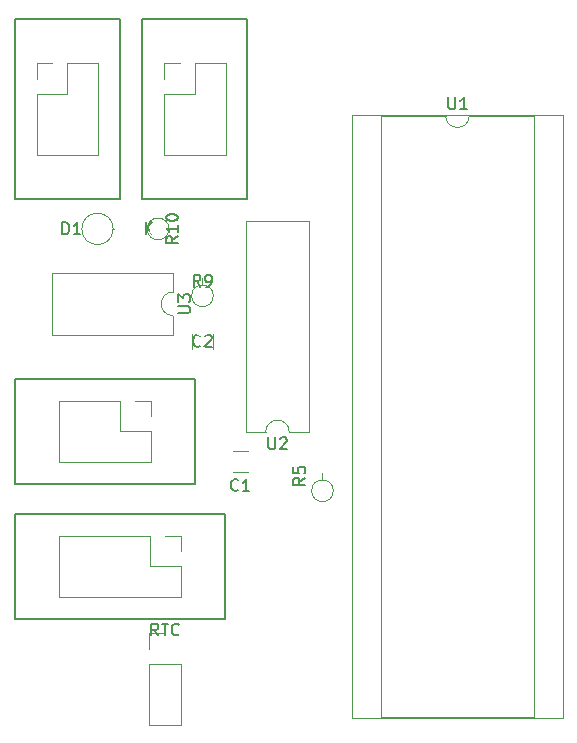
<source format=gto>
G04 #@! TF.GenerationSoftware,KiCad,Pcbnew,6.0.4+dfsg-1+b1*
G04 #@! TF.CreationDate,2022-04-24T01:07:45+03:00*
G04 #@! TF.ProjectId,yatabaza-cpu,79617461-6261-47a6-912d-6370752e6b69,rev?*
G04 #@! TF.SameCoordinates,Original*
G04 #@! TF.FileFunction,Legend,Top*
G04 #@! TF.FilePolarity,Positive*
%FSLAX46Y46*%
G04 Gerber Fmt 4.6, Leading zero omitted, Abs format (unit mm)*
G04 Created by KiCad (PCBNEW 6.0.4+dfsg-1+b1) date 2022-04-24 01:07:45*
%MOMM*%
%LPD*%
G01*
G04 APERTURE LIST*
%ADD10C,0.200000*%
%ADD11C,0.150000*%
%ADD12C,0.120000*%
%ADD13C,1.600000*%
%ADD14C,3.800000*%
%ADD15R,1.700000X1.700000*%
%ADD16O,1.700000X1.700000*%
%ADD17C,1.400000*%
%ADD18O,1.400000X1.400000*%
%ADD19R,1.600000X1.600000*%
%ADD20O,1.600000X1.600000*%
G04 APERTURE END LIST*
D10*
X25400000Y-27305000D02*
X34290000Y-27305000D01*
X14605000Y-42545000D02*
X29845000Y-42545000D01*
X14605000Y-51435000D02*
X14605000Y-42545000D01*
X25400000Y-12065000D02*
X34290000Y-12065000D01*
X23495000Y-12065000D02*
X23495000Y-27305000D01*
X14605000Y-12065000D02*
X23495000Y-12065000D01*
X14605000Y-62865000D02*
X32385000Y-62865000D01*
X14605000Y-27305000D02*
X14605000Y-12065000D01*
X29845000Y-51435000D02*
X14605000Y-51435000D01*
X25400000Y-12065000D02*
X25400000Y-27305000D01*
X34290000Y-27305000D02*
X34290000Y-12065000D01*
X14605000Y-53975000D02*
X14605000Y-62865000D01*
X29845000Y-42545000D02*
X29845000Y-51435000D01*
X32385000Y-53975000D02*
X14605000Y-53975000D01*
X23495000Y-27305000D02*
X14605000Y-27305000D01*
X32385000Y-53975000D02*
X32385000Y-62865000D01*
D11*
X33508333Y-51937142D02*
X33460714Y-51984761D01*
X33317857Y-52032380D01*
X33222619Y-52032380D01*
X33079761Y-51984761D01*
X32984523Y-51889523D01*
X32936904Y-51794285D01*
X32889285Y-51603809D01*
X32889285Y-51460952D01*
X32936904Y-51270476D01*
X32984523Y-51175238D01*
X33079761Y-51080000D01*
X33222619Y-51032380D01*
X33317857Y-51032380D01*
X33460714Y-51080000D01*
X33508333Y-51127619D01*
X34460714Y-52032380D02*
X33889285Y-52032380D01*
X34175000Y-52032380D02*
X34175000Y-51032380D01*
X34079761Y-51175238D01*
X33984523Y-51270476D01*
X33889285Y-51318095D01*
X30313333Y-39727142D02*
X30265714Y-39774761D01*
X30122857Y-39822380D01*
X30027619Y-39822380D01*
X29884761Y-39774761D01*
X29789523Y-39679523D01*
X29741904Y-39584285D01*
X29694285Y-39393809D01*
X29694285Y-39250952D01*
X29741904Y-39060476D01*
X29789523Y-38965238D01*
X29884761Y-38870000D01*
X30027619Y-38822380D01*
X30122857Y-38822380D01*
X30265714Y-38870000D01*
X30313333Y-38917619D01*
X30694285Y-38917619D02*
X30741904Y-38870000D01*
X30837142Y-38822380D01*
X31075238Y-38822380D01*
X31170476Y-38870000D01*
X31218095Y-38917619D01*
X31265714Y-39012857D01*
X31265714Y-39108095D01*
X31218095Y-39250952D01*
X30646666Y-39822380D01*
X31265714Y-39822380D01*
X26733571Y-64269880D02*
X26400238Y-63793690D01*
X26162142Y-64269880D02*
X26162142Y-63269880D01*
X26543095Y-63269880D01*
X26638333Y-63317500D01*
X26685952Y-63365119D01*
X26733571Y-63460357D01*
X26733571Y-63603214D01*
X26685952Y-63698452D01*
X26638333Y-63746071D01*
X26543095Y-63793690D01*
X26162142Y-63793690D01*
X27019285Y-63269880D02*
X27590714Y-63269880D01*
X27305000Y-64269880D02*
X27305000Y-63269880D01*
X28495476Y-64174642D02*
X28447857Y-64222261D01*
X28305000Y-64269880D01*
X28209761Y-64269880D01*
X28066904Y-64222261D01*
X27971666Y-64127023D01*
X27924047Y-64031785D01*
X27876428Y-63841309D01*
X27876428Y-63698452D01*
X27924047Y-63507976D01*
X27971666Y-63412738D01*
X28066904Y-63317500D01*
X28209761Y-63269880D01*
X28305000Y-63269880D01*
X28447857Y-63317500D01*
X28495476Y-63365119D01*
X39172380Y-50916666D02*
X38696190Y-51250000D01*
X39172380Y-51488095D02*
X38172380Y-51488095D01*
X38172380Y-51107142D01*
X38220000Y-51011904D01*
X38267619Y-50964285D01*
X38362857Y-50916666D01*
X38505714Y-50916666D01*
X38600952Y-50964285D01*
X38648571Y-51011904D01*
X38696190Y-51107142D01*
X38696190Y-51488095D01*
X38172380Y-50011904D02*
X38172380Y-50488095D01*
X38648571Y-50535714D01*
X38600952Y-50488095D01*
X38553333Y-50392857D01*
X38553333Y-50154761D01*
X38600952Y-50059523D01*
X38648571Y-50011904D01*
X38743809Y-49964285D01*
X38981904Y-49964285D01*
X39077142Y-50011904D01*
X39124761Y-50059523D01*
X39172380Y-50154761D01*
X39172380Y-50392857D01*
X39124761Y-50488095D01*
X39077142Y-50535714D01*
X30313333Y-34732380D02*
X29980000Y-34256190D01*
X29741904Y-34732380D02*
X29741904Y-33732380D01*
X30122857Y-33732380D01*
X30218095Y-33780000D01*
X30265714Y-33827619D01*
X30313333Y-33922857D01*
X30313333Y-34065714D01*
X30265714Y-34160952D01*
X30218095Y-34208571D01*
X30122857Y-34256190D01*
X29741904Y-34256190D01*
X30789523Y-34732380D02*
X30980000Y-34732380D01*
X31075238Y-34684761D01*
X31122857Y-34637142D01*
X31218095Y-34494285D01*
X31265714Y-34303809D01*
X31265714Y-33922857D01*
X31218095Y-33827619D01*
X31170476Y-33780000D01*
X31075238Y-33732380D01*
X30884761Y-33732380D01*
X30789523Y-33780000D01*
X30741904Y-33827619D01*
X30694285Y-33922857D01*
X30694285Y-34160952D01*
X30741904Y-34256190D01*
X30789523Y-34303809D01*
X30884761Y-34351428D01*
X31075238Y-34351428D01*
X31170476Y-34303809D01*
X31218095Y-34256190D01*
X31265714Y-34160952D01*
X28402380Y-30487857D02*
X27926190Y-30821190D01*
X28402380Y-31059285D02*
X27402380Y-31059285D01*
X27402380Y-30678333D01*
X27450000Y-30583095D01*
X27497619Y-30535476D01*
X27592857Y-30487857D01*
X27735714Y-30487857D01*
X27830952Y-30535476D01*
X27878571Y-30583095D01*
X27926190Y-30678333D01*
X27926190Y-31059285D01*
X28402380Y-29535476D02*
X28402380Y-30106904D01*
X28402380Y-29821190D02*
X27402380Y-29821190D01*
X27545238Y-29916428D01*
X27640476Y-30011666D01*
X27688095Y-30106904D01*
X27402380Y-28916428D02*
X27402380Y-28821190D01*
X27450000Y-28725952D01*
X27497619Y-28678333D01*
X27592857Y-28630714D01*
X27783333Y-28583095D01*
X28021428Y-28583095D01*
X28211904Y-28630714D01*
X28307142Y-28678333D01*
X28354761Y-28725952D01*
X28402380Y-28821190D01*
X28402380Y-28916428D01*
X28354761Y-29011666D01*
X28307142Y-29059285D01*
X28211904Y-29106904D01*
X28021428Y-29154523D01*
X27783333Y-29154523D01*
X27592857Y-29106904D01*
X27497619Y-29059285D01*
X27450000Y-29011666D01*
X27402380Y-28916428D01*
X51308095Y-18712380D02*
X51308095Y-19521904D01*
X51355714Y-19617142D01*
X51403333Y-19664761D01*
X51498571Y-19712380D01*
X51689047Y-19712380D01*
X51784285Y-19664761D01*
X51831904Y-19617142D01*
X51879523Y-19521904D01*
X51879523Y-18712380D01*
X52879523Y-19712380D02*
X52308095Y-19712380D01*
X52593809Y-19712380D02*
X52593809Y-18712380D01*
X52498571Y-18855238D01*
X52403333Y-18950476D01*
X52308095Y-18998095D01*
X36068095Y-47502380D02*
X36068095Y-48311904D01*
X36115714Y-48407142D01*
X36163333Y-48454761D01*
X36258571Y-48502380D01*
X36449047Y-48502380D01*
X36544285Y-48454761D01*
X36591904Y-48407142D01*
X36639523Y-48311904D01*
X36639523Y-47502380D01*
X37068095Y-47597619D02*
X37115714Y-47550000D01*
X37210952Y-47502380D01*
X37449047Y-47502380D01*
X37544285Y-47550000D01*
X37591904Y-47597619D01*
X37639523Y-47692857D01*
X37639523Y-47788095D01*
X37591904Y-47930952D01*
X37020476Y-48502380D01*
X37639523Y-48502380D01*
X28452380Y-36956904D02*
X29261904Y-36956904D01*
X29357142Y-36909285D01*
X29404761Y-36861666D01*
X29452380Y-36766428D01*
X29452380Y-36575952D01*
X29404761Y-36480714D01*
X29357142Y-36433095D01*
X29261904Y-36385476D01*
X28452380Y-36385476D01*
X28452380Y-36004523D02*
X28452380Y-35385476D01*
X28833333Y-35718809D01*
X28833333Y-35575952D01*
X28880952Y-35480714D01*
X28928571Y-35433095D01*
X29023809Y-35385476D01*
X29261904Y-35385476D01*
X29357142Y-35433095D01*
X29404761Y-35480714D01*
X29452380Y-35575952D01*
X29452380Y-35861666D01*
X29404761Y-35956904D01*
X29357142Y-36004523D01*
X18629404Y-30297380D02*
X18629404Y-29297380D01*
X18867500Y-29297380D01*
X19010357Y-29345000D01*
X19105595Y-29440238D01*
X19153214Y-29535476D01*
X19200833Y-29725952D01*
X19200833Y-29868809D01*
X19153214Y-30059285D01*
X19105595Y-30154523D01*
X19010357Y-30249761D01*
X18867500Y-30297380D01*
X18629404Y-30297380D01*
X20153214Y-30297380D02*
X19581785Y-30297380D01*
X19867500Y-30297380D02*
X19867500Y-29297380D01*
X19772261Y-29440238D01*
X19677023Y-29535476D01*
X19581785Y-29583095D01*
X25668095Y-30297380D02*
X25668095Y-29297380D01*
X26239523Y-30297380D02*
X25810952Y-29725952D01*
X26239523Y-29297380D02*
X25668095Y-29868809D01*
D12*
X34304000Y-48610000D02*
X33046000Y-48610000D01*
X34304000Y-50450000D02*
X33046000Y-50450000D01*
X31400000Y-38741000D02*
X31400000Y-39999000D01*
X29560000Y-38741000D02*
X29560000Y-39999000D01*
X25975000Y-71815000D02*
X28635000Y-71815000D01*
X25975000Y-64075000D02*
X27305000Y-64075000D01*
X28635000Y-66675000D02*
X28635000Y-71815000D01*
X25975000Y-66675000D02*
X28635000Y-66675000D01*
X25975000Y-65405000D02*
X25975000Y-64075000D01*
X25975000Y-66675000D02*
X25975000Y-71815000D01*
X26095000Y-49590000D02*
X18355000Y-49590000D01*
X23495000Y-46990000D02*
X26095000Y-46990000D01*
X23495000Y-44390000D02*
X18355000Y-44390000D01*
X26095000Y-44390000D02*
X26095000Y-45720000D01*
X23495000Y-44390000D02*
X23495000Y-46990000D01*
X18355000Y-44390000D02*
X18355000Y-49590000D01*
X26095000Y-46990000D02*
X26095000Y-49590000D01*
X24765000Y-44390000D02*
X26095000Y-44390000D01*
X27245000Y-18415000D02*
X27245000Y-23555000D01*
X29845000Y-15815000D02*
X32445000Y-15815000D01*
X29845000Y-18415000D02*
X29845000Y-15815000D01*
X27245000Y-17145000D02*
X27245000Y-15815000D01*
X27245000Y-23555000D02*
X32445000Y-23555000D01*
X27245000Y-15815000D02*
X28575000Y-15815000D01*
X27245000Y-18415000D02*
X29845000Y-18415000D01*
X32445000Y-15815000D02*
X32445000Y-23555000D01*
X28635000Y-58420000D02*
X28635000Y-61020000D01*
X28635000Y-55820000D02*
X28635000Y-57150000D01*
X28635000Y-61020000D02*
X18355000Y-61020000D01*
X26035000Y-55820000D02*
X18355000Y-55820000D01*
X18355000Y-55820000D02*
X18355000Y-61020000D01*
X26035000Y-55820000D02*
X26035000Y-58420000D01*
X26035000Y-58420000D02*
X28635000Y-58420000D01*
X27305000Y-55820000D02*
X28635000Y-55820000D01*
X19050000Y-15815000D02*
X21650000Y-15815000D01*
X16450000Y-17145000D02*
X16450000Y-15815000D01*
X16450000Y-23555000D02*
X21650000Y-23555000D01*
X19050000Y-18415000D02*
X19050000Y-15815000D01*
X21650000Y-15815000D02*
X21650000Y-23555000D01*
X16450000Y-18415000D02*
X19050000Y-18415000D01*
X16450000Y-15815000D02*
X17780000Y-15815000D01*
X16450000Y-18415000D02*
X16450000Y-23555000D01*
X40640000Y-51100000D02*
X40640000Y-50480000D01*
X41560000Y-52020000D02*
G75*
G03*
X41560000Y-52020000I-920000J0D01*
G01*
X30480000Y-34590000D02*
X30480000Y-33970000D01*
X31400000Y-35510000D02*
G75*
G03*
X31400000Y-35510000I-920000J0D01*
G01*
X27640000Y-29845000D02*
X28260000Y-29845000D01*
X27640000Y-29845000D02*
G75*
G03*
X27640000Y-29845000I-920000J0D01*
G01*
X61020000Y-20200000D02*
X43120000Y-20200000D01*
X45610000Y-71180000D02*
X58530000Y-71180000D01*
X51070000Y-20260000D02*
X45610000Y-20260000D01*
X43120000Y-20200000D02*
X43120000Y-71240000D01*
X58530000Y-71180000D02*
X58530000Y-20260000D01*
X43120000Y-71240000D02*
X61020000Y-71240000D01*
X61020000Y-71240000D02*
X61020000Y-20200000D01*
X58530000Y-20260000D02*
X53070000Y-20260000D01*
X45610000Y-20260000D02*
X45610000Y-71180000D01*
X51070000Y-20260000D02*
G75*
G03*
X53070000Y-20260000I1000000J0D01*
G01*
X37830000Y-47050000D02*
X39480000Y-47050000D01*
X34180000Y-29150000D02*
X34180000Y-47050000D01*
X34180000Y-47050000D02*
X35830000Y-47050000D01*
X39480000Y-47050000D02*
X39480000Y-29150000D01*
X39480000Y-29150000D02*
X34180000Y-29150000D01*
X37830000Y-47050000D02*
G75*
G03*
X35830000Y-47050000I-1000000J0D01*
G01*
X28000000Y-33545000D02*
X17720000Y-33545000D01*
X28000000Y-35195000D02*
X28000000Y-33545000D01*
X17720000Y-38845000D02*
X28000000Y-38845000D01*
X28000000Y-38845000D02*
X28000000Y-37195000D01*
X17720000Y-33545000D02*
X17720000Y-38845000D01*
X28000000Y-35195000D02*
G75*
G03*
X28000000Y-37195000I0J-1000000D01*
G01*
X22916371Y-29845000D02*
X23030000Y-29845000D01*
X22916371Y-29845000D02*
G75*
G03*
X22916371Y-29845000I-1326371J0D01*
G01*
%LPC*%
D13*
X34925000Y-49530000D03*
X32425000Y-49530000D03*
X30480000Y-38120000D03*
X30480000Y-40620000D03*
D14*
X38735000Y-15240000D03*
X38735000Y-60960000D03*
D15*
X27305000Y-65405000D03*
D16*
X27305000Y-67945000D03*
X27305000Y-70485000D03*
D15*
X24765000Y-45720000D03*
D16*
X24765000Y-48260000D03*
X22225000Y-45720000D03*
X22225000Y-48260000D03*
X19685000Y-45720000D03*
X19685000Y-48260000D03*
D15*
X28575000Y-17145000D03*
D16*
X31115000Y-17145000D03*
X28575000Y-19685000D03*
X31115000Y-19685000D03*
X28575000Y-22225000D03*
X31115000Y-22225000D03*
D15*
X27305000Y-57150000D03*
D16*
X27305000Y-59690000D03*
X24765000Y-57150000D03*
X24765000Y-59690000D03*
X22225000Y-57150000D03*
X22225000Y-59690000D03*
X19685000Y-57150000D03*
X19685000Y-59690000D03*
D15*
X17780000Y-17145000D03*
D16*
X20320000Y-17145000D03*
X17780000Y-19685000D03*
X20320000Y-19685000D03*
X17780000Y-22225000D03*
X20320000Y-22225000D03*
D17*
X40640000Y-52020000D03*
D18*
X40640000Y-49480000D03*
D17*
X30480000Y-35510000D03*
D18*
X30480000Y-32970000D03*
D17*
X26720000Y-29845000D03*
D18*
X29260000Y-29845000D03*
D19*
X44450000Y-21590000D03*
D20*
X44450000Y-24130000D03*
X44450000Y-26670000D03*
X44450000Y-29210000D03*
X44450000Y-31750000D03*
X44450000Y-34290000D03*
X44450000Y-36830000D03*
X44450000Y-39370000D03*
X44450000Y-41910000D03*
X44450000Y-44450000D03*
X44450000Y-46990000D03*
X44450000Y-49530000D03*
X44450000Y-52070000D03*
X44450000Y-54610000D03*
X44450000Y-57150000D03*
X44450000Y-59690000D03*
X44450000Y-62230000D03*
X44450000Y-64770000D03*
X44450000Y-67310000D03*
X44450000Y-69850000D03*
X59690000Y-69850000D03*
X59690000Y-67310000D03*
X59690000Y-64770000D03*
X59690000Y-62230000D03*
X59690000Y-59690000D03*
X59690000Y-57150000D03*
X59690000Y-54610000D03*
X59690000Y-52070000D03*
X59690000Y-49530000D03*
X59690000Y-46990000D03*
X59690000Y-44450000D03*
X59690000Y-41910000D03*
X59690000Y-39370000D03*
X59690000Y-36830000D03*
X59690000Y-34290000D03*
X59690000Y-31750000D03*
X59690000Y-29210000D03*
X59690000Y-26670000D03*
X59690000Y-24130000D03*
X59690000Y-21590000D03*
D19*
X40640000Y-45720000D03*
D20*
X40640000Y-43180000D03*
X40640000Y-40640000D03*
X40640000Y-38100000D03*
X40640000Y-35560000D03*
X40640000Y-33020000D03*
X40640000Y-30480000D03*
X33020000Y-30480000D03*
X33020000Y-33020000D03*
X33020000Y-35560000D03*
X33020000Y-38100000D03*
X33020000Y-40640000D03*
X33020000Y-43180000D03*
X33020000Y-45720000D03*
D19*
X26670000Y-32385000D03*
D20*
X24130000Y-32385000D03*
X21590000Y-32385000D03*
X19050000Y-32385000D03*
X19050000Y-40005000D03*
X21590000Y-40005000D03*
X24130000Y-40005000D03*
X26670000Y-40005000D03*
D19*
X24130000Y-29845000D03*
D20*
X21590000Y-29845000D03*
D15*
X18430000Y-66670000D03*
D16*
X18430000Y-69210000D03*
X20970000Y-66670000D03*
X20970000Y-69210000D03*
X23510000Y-66670000D03*
X23510000Y-69210000D03*
D15*
X31115000Y-66675000D03*
D16*
X31115000Y-69215000D03*
X33655000Y-66675000D03*
X33655000Y-69215000D03*
X36195000Y-66675000D03*
X36195000Y-69215000D03*
X38735000Y-66675000D03*
X38735000Y-69215000D03*
X41275000Y-66675000D03*
X41275000Y-69215000D03*
D15*
X36195000Y-19685000D03*
D16*
X38735000Y-19685000D03*
D15*
X55880000Y-35560000D03*
D16*
X55880000Y-38100000D03*
X55880000Y-40640000D03*
X55880000Y-43180000D03*
X55880000Y-45720000D03*
X55880000Y-48260000D03*
D15*
X55880000Y-27940000D03*
D16*
X55880000Y-25400000D03*
X53340000Y-27940000D03*
X53340000Y-25400000D03*
X50800000Y-27940000D03*
X50800000Y-25400000D03*
X48260000Y-27940000D03*
X48260000Y-25400000D03*
D17*
X19050000Y-34925000D03*
D18*
X26670000Y-34925000D03*
D17*
X19050000Y-37465000D03*
D18*
X26670000Y-37465000D03*
D17*
X48895000Y-41910000D03*
D18*
X48895000Y-49530000D03*
D17*
X46990000Y-59690000D03*
D18*
X54610000Y-59690000D03*
D17*
X54610000Y-62230000D03*
D18*
X46990000Y-62230000D03*
D17*
X46990000Y-57150000D03*
D18*
X54610000Y-57150000D03*
D17*
X46990000Y-54610000D03*
D18*
X54610000Y-54610000D03*
M02*

</source>
